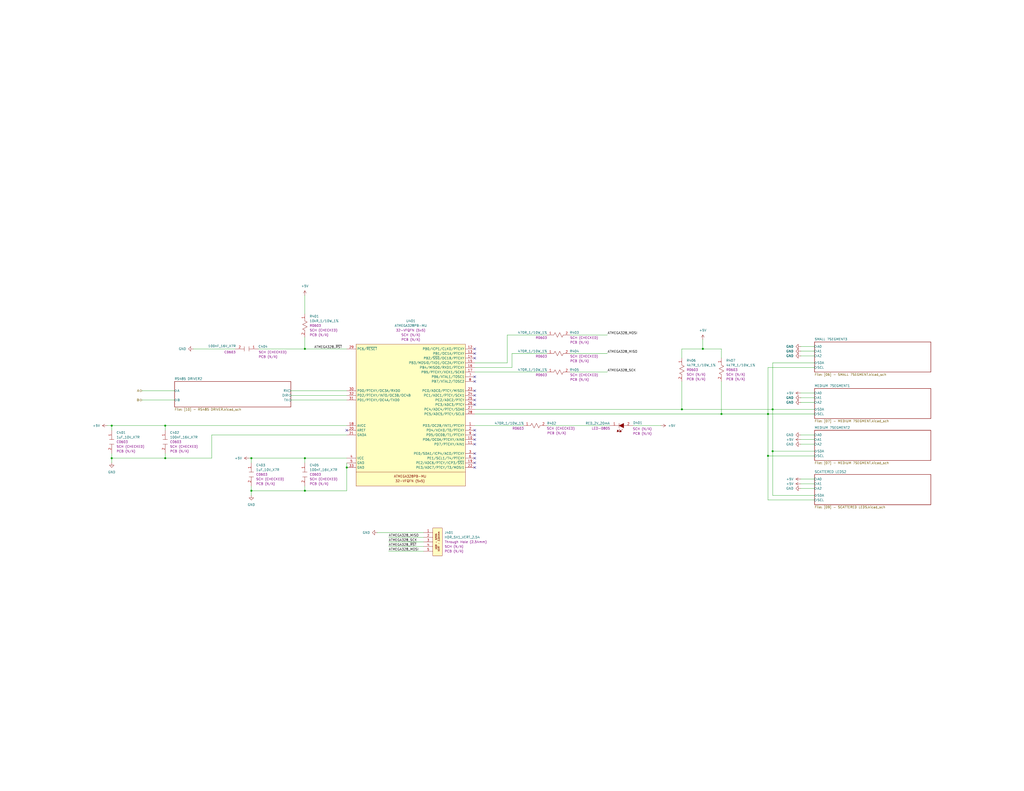
<source format=kicad_sch>
(kicad_sch (version 20231120) (generator "eeschema") (generator_version "8.0")
  (paper "C")
  (lib_symbols
    (symbol "_SCHLIB_Mini-Scoreboard:CAP_CER_100nF_16V_X7R_C0603"
      (property "Reference" "C" (at 3.302 4.318 0))
      (property "Value" "100nF_16V_X7R" (at 3.302 6.858 0))
      (property "Package" "C0603" (at 3.556 36.576 0))
      (property "SCH CHECK" "SCH (CHECKED)" (at 3.556 31.242 0))
      (property "PCB CHECK" "PCB (N/A)" (at 3.556 33.782 0))
      (symbol "CAP_CER_100nF_16V_X7R_C0603_0_0"
        (polyline (pts (xy 5.08 1.27) (xy 5.08 -1.27)))
        (polyline (pts (xy 7.62 1.27) (xy 7.62 -1.27)))
      )
      (symbol "CAP_CER_100nF_16V_X7R_C0603_1_1"
        (pin passive line (at 0 0 0) (length 5.08) (name "") (number "1"))
        (pin passive line (at 12.7 0 180) (length 5.08) (name "") (number "2"))
      )
    )
    (symbol "_SCHLIB_Mini-Scoreboard:CAP_CER_1uF_10V_X7R_C0603"
      (property "Reference" "C" (at 3.556 4.064 0))
      (property "Value" "1uF_10V_X7R" (at 3.81 6.604 0))
      (property "Package" "C0603" (at 3.81 35.306 0))
      (property "SCH CHECK" "SCH (CHECKED)" (at 3.81 29.972 0))
      (property "PCB CHECK" "PCB (N/A)" (at 3.81 32.512 0))
      (symbol "CAP_CER_1uF_10V_X7R_C0603_0_0"
        (polyline (pts (xy 5.08 1.27) (xy 5.08 -1.27)))
        (polyline (pts (xy 7.62 1.27) (xy 7.62 -1.27)))
      )
      (symbol "CAP_CER_1uF_10V_X7R_C0603_1_1"
        (pin passive line (at 0 0 0) (length 5.08) (name "") (number "1"))
        (pin passive line (at 12.7 0 180) (length 5.08) (name "") (number "2"))
      )
    )
    (symbol "_SCHLIB_Mini-Scoreboard:CONN_HEADER_5POS_1ROW_VERT_2.54mm"
      (property "Reference" "J" (at 2.54 3.81 0))
      (property "Value" "HDR_5X1_VERT_2.54" (at 2.54 6.35 0))
      (property "Package" "Through Hole (2.54mm)" (at 2.54 29.21 0))
      (property "SCH CHECK" "SCH (N/A)" (at 2.54 31.75 0))
      (property "PCB CHECK" "PCB (N/A)" (at 2.54 34.29 0))
      (symbol "CONN_HEADER_5POS_1ROW_VERT_2.54mm_1_1"
        (rectangle (start 0 0) (end 5.08 -15.24) (fill (type background)))
        (text "HDR - 5POS\nVERT - 2.54mm" (at 2.54 -7.366 900) (effects (font (size 0.889 0.889))))
        (pin passive line (at -5.08 -2.54 0) (length 5.08) (name "") (number "1"))
        (pin passive line (at -5.08 -5.08 0) (length 5.08) (name "") (number "2"))
        (pin passive line (at -5.08 -7.62 0) (length 5.08) (name "") (number "3"))
        (pin passive line (at -5.08 -10.16 0) (length 5.08) (name "") (number "4"))
        (pin passive line (at -5.08 -12.7 0) (length 5.08) (name "") (number "5"))
      )
    )
    (symbol "_SCHLIB_Mini-Scoreboard:DIODE_LED_RED_2V_20mA_624nm_LED-0805"
      (property "Reference" "D" (at 3.556 4.064 0))
      (property "Value" "RED_2V_20mA" (at 3.81 6.604 0))
      (property "Package" "LED-0805" (at 3.81 35.306 0))
      (property "SCH CHECK" "SCH (N/A)" (at 3.81 29.972 0))
      (property "PCB CHECK" "PCB (N/A)" (at 3.81 32.512 0))
      (symbol "DIODE_LED_RED_2V_20mA_624nm_LED-0805_0_1"
        (polyline (pts (xy 5.588 1.905) (xy 6.604 2.794)))
        (polyline (pts (xy 7.239 1.905) (xy 8.001 2.667)))
        (polyline (pts (xy 7.62 -1.27) (xy 7.62 1.27)))
        (polyline (pts (xy 5.08 1.27) (xy 5.08 -1.27) (xy 7.62 0) (xy 5.08 1.27)) (fill (type outline)))
        (polyline (pts (xy 6.223 3.302) (xy 7.112 2.413) (xy 7.366 3.556) (xy 6.223 3.302)) (fill (type outline)))
        (polyline (pts (xy 7.62 3.175) (xy 8.509 2.286) (xy 8.763 3.429) (xy 7.62 3.175)) (fill (type outline)))
      )
      (symbol "DIODE_LED_RED_2V_20mA_624nm_LED-0805_1_1"
        (pin passive line (at 12.7 0 180) (length 5.08) (name "") (number "1"))
        (pin passive line (at 0 0 0) (length 5.08) (name "") (number "2"))
      )
    )
    (symbol "_SCHLIB_Mini-Scoreboard:IC_MCU_ATMEGA328PB-MU_8bit_20MHz_32KB_32-VFQFN(5X5)"
      (property "Reference" "U" (at 3.556 4.064 0))
      (property "Value" "ATMEGA328PB-MU" (at 3.81 6.604 0))
      (property "Package" "32-VFQFN (5x5)" (at 3.81 35.306 0))
      (property "SCH CHECK" "SCH (N/A)" (at 3.81 29.972 0))
      (property "PCB CHECK" "PCB (N/A)" (at 3.81 32.512 0))
      (symbol "IC_MCU_ATMEGA328PB-MU_8bit_20MHz_32KB_32-VFQFN(5X5)_0_0"
        (pin passive line (at 64.77 -44.45 180) (length 5.08) (name "PD3/OC2B/INT1/PTCXY") (number "1"))
        (pin passive line (at 64.77 -52.07 180) (length 5.08) (name "PD6/OC0A/PTCXY/AIN0") (number "10"))
        (pin passive line (at 64.77 -54.61 180) (length 5.08) (name "PD7/PTCXY/AIN1") (number "11"))
        (pin passive line (at 64.77 -2.54 180) (length 5.08) (name "PB0/ICP1/CLKO/PTCXY") (number "12"))
        (pin passive line (at 64.77 -5.08 180) (length 5.08) (name "PB1/OC1A/PTCXY") (number "13"))
        (pin passive line (at 64.77 -7.62 180) (length 5.08) (name "PB2/~{SS0}/OC1B/PTCXY") (number "14"))
        (pin passive line (at 64.77 -10.16 180) (length 5.08) (name "PB3/MOSI0/TXD1/OC2A/PTCXY") (number "15"))
        (pin passive line (at 64.77 -12.7 180) (length 5.08) (name "PB4/MISO0/RXD1/PTCXY") (number "16"))
        (pin passive line (at 64.77 -15.24 180) (length 5.08) (name "PB5/PTCXY/XCK1/SCK0") (number "17"))
        (pin passive line (at -5.08 -44.45 0) (length 5.08) (name "AVCC") (number "18"))
        (pin passive line (at 64.77 -64.77 180) (length 5.08) (name "PE2/ADC6/PTCY/ICP3/~{SS1}") (number "19"))
        (pin passive line (at 64.77 -46.99 180) (length 5.08) (name "PD4/XCK0/T0/PTCXY") (number "2"))
        (pin passive line (at -5.08 -46.99 0) (length 5.08) (name "AREF") (number "20"))
        (pin passive line (at 64.77 -67.31 180) (length 5.08) (name "PE3/ADC7/PTCY/T3/MOSI1") (number "22"))
        (pin passive line (at 64.77 -25.4 180) (length 5.08) (name "PC0/ADC0/PTCY/MISO1") (number "23"))
        (pin passive line (at 64.77 -27.94 180) (length 5.08) (name "PC1/ADC1/PTCY/SCK1") (number "24"))
        (pin passive line (at 64.77 -30.48 180) (length 5.08) (name "PC2/ADC2/PTCY") (number "25"))
        (pin passive line (at 64.77 -33.02 180) (length 5.08) (name "PC3/ADC3/PTCY") (number "26"))
        (pin passive line (at 64.77 -35.56 180) (length 5.08) (name "PC4/ADC4/PTCY/SDA0") (number "27"))
        (pin passive line (at 64.77 -38.1 180) (length 5.08) (name "PC5/ADC5/PTCY/SCL0") (number "28"))
        (pin passive line (at -5.08 -2.54 0) (length 5.08) (name "PC6/~{RESET}") (number "29"))
        (pin passive line (at 64.77 -59.69 180) (length 5.08) (name "PE0/SDA1/ICP4/ACO/PTCXY") (number "3"))
        (pin passive line (at -5.08 -25.4 0) (length 5.08) (name "PD0/PTCXY/OC3A/RXD0") (number "30"))
        (pin passive line (at -5.08 -30.48 0) (length 5.08) (name "PD1/PTCXY/OC4A/TXD0") (number "31"))
        (pin passive line (at -5.08 -27.94 0) (length 5.08) (name "PD2/PTCXY/INT0/OC3B/OC4B") (number "32"))
        (pin passive line (at -5.08 -62.23 0) (length 5.08) (name "VCC") (number "4"))
        (pin passive line (at -5.08 -64.77 0) (length 5.08) (name "GND") (number "5"))
        (pin passive line (at 64.77 -62.23 180) (length 5.08) (name "PE1/SCL1/T4/PTCXY") (number "6"))
        (pin passive line (at 64.77 -17.78 180) (length 5.08) (name "PB6/XTAL1/TOSC1") (number "7"))
        (pin passive line (at 64.77 -20.32 180) (length 5.08) (name "PB7/XTAL2/TOSC2") (number "8"))
        (pin passive line (at 64.77 -49.53 180) (length 5.08) (name "PD5/OC0B/T1/PTCXY") (number "9"))
      )
      (symbol "IC_MCU_ATMEGA328PB-MU_8bit_20MHz_32KB_32-VFQFN(5X5)_1_0"
        (pin passive line (at -5.08 -49.53 0) (length 5.08) (name "GNDA") (number "21"))
      )
      (symbol "IC_MCU_ATMEGA328PB-MU_8bit_20MHz_32KB_32-VFQFN(5X5)_1_1"
        (polyline (pts (xy 0 -69.85) (xy 59.69 -69.85)))
        (rectangle (start 0 0) (end 59.69 -77.47) (fill (type background)))
        (text "32-VFQFN (5x5)" (at 29.464 -74.676 0) (effects (font (size 1.27 1.27))))
        (text "ATMEGA328PB-MU" (at 29.464 -72.136 0) (effects (font (size 1.27 1.27))))
        (pin passive line (at -5.08 -67.31 0) (length 5.08) (name "GND") (number "33"))
      )
    )
    (symbol "_SCHLIB_Mini-Scoreboard:RES_10kR_1/10W_1%_R0603"
      (property "Reference" "R" (at 3.302 4.572 0))
      (property "Value" "10kR_1/10W_1%" (at 3.302 6.858 0))
      (property "Package" "R0603" (at 3.302 31.242 0))
      (property "SCH CHECK" "SCH (CHECKED)" (at 3.302 26.67 0))
      (property "PCB CHECK" "PCB (N/A)" (at 3.302 28.956 0))
      (symbol "RES_10kR_1/10W_1%_R0603_0_0"
        (polyline (pts (xy 3.81 0) (xy 4.445 1.27) (xy 5.715 -1.27) (xy 6.985 1.27) (xy 8.255 -1.27) (xy 8.89 0)))
      )
      (symbol "RES_10kR_1/10W_1%_R0603_1_1"
        (pin passive line (at 0 0 0) (length 3.81) (name "") (number "1"))
        (pin passive line (at 12.7 0 180) (length 3.81) (name "") (number "2"))
      )
    )
    (symbol "_SCHLIB_Mini-Scoreboard:RES_470R_1/10W_1%_R0603"
      (property "Reference" "R" (at 3.556 4.064 0))
      (property "Value" "470R_1/10W_1%" (at 3.81 6.604 0))
      (property "Package" "R0603" (at 3.81 35.306 0))
      (property "SCH CHECK" "SCH (CHECKED)" (at 3.81 29.972 0))
      (property "PCB CHECK" "PCB (N/A)" (at 3.81 32.512 0))
      (symbol "RES_470R_1/10W_1%_R0603_0_0"
        (polyline (pts (xy 3.81 0) (xy 4.445 1.27) (xy 5.715 -1.27) (xy 6.985 1.27) (xy 8.255 -1.27) (xy 8.89 0)))
      )
      (symbol "RES_470R_1/10W_1%_R0603_1_1"
        (pin passive line (at 0 0 0) (length 3.81) (name "") (number "1"))
        (pin passive line (at 12.7 0 180) (length 3.81) (name "") (number "2"))
      )
    )
    (symbol "_SCHLIB_Mini-Scoreboard:RES_4k7R_1/10W_1%_R0603"
      (property "Reference" "R" (at 3.556 4.064 0))
      (property "Value" "4k7R_1/10W_1%" (at 3.81 6.604 0))
      (property "Package" "R0603" (at 3.81 35.306 0))
      (property "SCH CHECK" "SCH (N/A)" (at 3.81 29.972 0))
      (property "PCB CHECK" "PCB (N/A)" (at 3.81 32.512 0))
      (symbol "RES_4k7R_1/10W_1%_R0603_0_0"
        (polyline (pts (xy 3.81 0) (xy 4.445 1.27) (xy 5.715 -1.27) (xy 6.985 1.27) (xy 8.255 -1.27) (xy 8.89 0)))
      )
      (symbol "RES_4k7R_1/10W_1%_R0603_1_1"
        (pin passive line (at 0 0 0) (length 3.81) (name "") (number "1"))
        (pin passive line (at 12.7 0 180) (length 3.81) (name "") (number "2"))
      )
    )
    (symbol "power:+5V" (power) (pin_numbers hide) (pin_names (offset 0) hide)
      (property "Value" "+5V" (at 0 3.556 0))
      (symbol "+5V_0_1"
        (polyline (pts (xy -0.762 1.27) (xy 0 2.54)))
        (polyline (pts (xy 0 0) (xy 0 2.54)))
        (polyline (pts (xy 0 2.54) (xy 0.762 1.27)))
      )
      (symbol "+5V_1_1"
        (pin power_in line (at 0 0 90) (length 0) (name "~") (number "1"))
      )
    )
    (symbol "power:GND" (power) (pin_numbers hide) (pin_names (offset 0) hide)
      (property "Value" "GND" (at 0 -3.81 0))
      (symbol "GND_0_1"
        (polyline (pts (xy 0 0) (xy 0 -1.27) (xy 1.27 -1.27) (xy 0 -2.54) (xy -1.27 -1.27) (xy 0 -1.27)))
      )
      (symbol "GND_1_1"
        (pin power_in line (at 0 0 270) (length 0) (name "~") (number "1"))
      )
    )
  )
  (junction (at 383.54 190.5))
  (junction (at 189.23 255.27))
  (junction (at 60.96 232.41))
  (junction (at 90.17 232.41))
  (junction (at 393.7 226.06))
  (junction (at 421.64 223.52))
  (junction (at 421.64 246.38))
  (junction (at 166.37 190.5))
  (junction (at 137.16 250.19))
  (junction (at 166.37 267.97))
  (junction (at 60.96 250.19))
  (junction (at 90.17 250.19))
  (junction (at 372.11 223.52))
  (junction (at 419.1 248.92))
  (junction (at 419.1 226.06))
  (junction (at 137.16 267.97))
  (junction (at 166.37 250.19))
  (no_connect (at 259.08 215.9))
  (no_connect (at 259.08 234.95))
  (no_connect (at 259.08 247.65))
  (no_connect (at 259.08 213.36))
  (no_connect (at 259.08 250.19))
  (no_connect (at 259.08 193.04))
  (no_connect (at 259.08 208.28))
  (no_connect (at 259.08 190.5))
  (no_connect (at 259.08 242.57))
  (no_connect (at 259.08 195.58))
  (no_connect (at 259.08 240.03))
  (no_connect (at 259.08 237.49))
  (no_connect (at 259.08 205.74))
  (no_connect (at 259.08 255.27))
  (no_connect (at 189.23 234.95))
  (no_connect (at 259.08 218.44))
  (no_connect (at 259.08 252.73))
  (no_connect (at 259.08 220.98))
  (wire (pts (xy 436.88 194.31) (xy 444.5 194.31)))
  (wire (pts (xy 331.47 203.2) (xy 311.15 203.2)))
  (wire (pts (xy 436.88 219.71) (xy 444.5 219.71)))
  (wire (pts (xy 393.7 208.28) (xy 393.7 226.06)))
  (wire (pts (xy 259.08 223.52) (xy 372.11 223.52)))
  (wire (pts (xy 189.23 267.97) (xy 166.37 267.97)))
  (wire (pts (xy 135.89 250.19) (xy 137.16 250.19)))
  (wire (pts (xy 419.1 200.66) (xy 444.5 200.66)))
  (wire (pts (xy 276.86 198.12) (xy 259.08 198.12)))
  (wire (pts (xy 60.96 247.65) (xy 60.96 250.19)))
  (wire (pts (xy 298.45 203.2) (xy 259.08 203.2)))
  (wire (pts (xy 137.16 250.19) (xy 137.16 252.73)))
  (wire (pts (xy 436.88 189.23) (xy 444.5 189.23)))
  (wire (pts (xy 189.23 252.73) (xy 189.23 255.27)))
  (wire (pts (xy 60.96 250.19) (xy 60.96 252.73)))
  (wire (pts (xy 436.88 266.7) (xy 444.5 266.7)))
  (wire (pts (xy 436.88 240.03) (xy 444.5 240.03)))
  (wire (pts (xy 383.54 185.42) (xy 383.54 190.5)))
  (wire (pts (xy 372.11 208.28) (xy 372.11 223.52)))
  (wire (pts (xy 421.64 246.38) (xy 444.5 246.38)))
  (wire (pts (xy 259.08 226.06) (xy 393.7 226.06)))
  (wire (pts (xy 90.17 232.41) (xy 90.17 234.95)))
  (wire (pts (xy 421.64 270.51) (xy 444.5 270.51)))
  (wire (pts (xy 419.1 273.05) (xy 444.5 273.05)))
  (wire (pts (xy 276.86 182.88) (xy 276.86 198.12)))
  (wire (pts (xy 90.17 247.65) (xy 90.17 250.19)))
  (wire (pts (xy 393.7 226.06) (xy 419.1 226.06)))
  (wire (pts (xy 419.1 248.92) (xy 444.5 248.92)))
  (wire (pts (xy 372.11 190.5) (xy 383.54 190.5)))
  (wire (pts (xy 444.5 198.12) (xy 421.64 198.12)))
  (wire (pts (xy 166.37 161.29) (xy 166.37 171.45)))
  (wire (pts (xy 345.44 232.41) (xy 360.68 232.41)))
  (wire (pts (xy 421.64 246.38) (xy 421.64 270.51)))
  (wire (pts (xy 205.74 290.83) (xy 231.14 290.83)))
  (wire (pts (xy 105.41 190.5) (xy 128.27 190.5)))
  (wire (pts (xy 166.37 250.19) (xy 166.37 252.73)))
  (wire (pts (xy 436.88 214.63) (xy 444.5 214.63)))
  (wire (pts (xy 166.37 190.5) (xy 140.97 190.5)))
  (wire (pts (xy 189.23 255.27) (xy 189.23 267.97)))
  (wire (pts (xy 421.64 223.52) (xy 444.5 223.52)))
  (wire (pts (xy 372.11 223.52) (xy 421.64 223.52)))
  (wire (pts (xy 212.09 298.45) (xy 231.14 298.45)))
  (wire (pts (xy 419.1 226.06) (xy 419.1 248.92)))
  (wire (pts (xy 137.16 265.43) (xy 137.16 267.97)))
  (wire (pts (xy 166.37 184.15) (xy 166.37 190.5)))
  (wire (pts (xy 137.16 250.19) (xy 166.37 250.19)))
  (wire (pts (xy 436.88 237.49) (xy 444.5 237.49)))
  (wire (pts (xy 212.09 295.91) (xy 231.14 295.91)))
  (wire (pts (xy 372.11 195.58) (xy 372.11 190.5)))
  (wire (pts (xy 331.47 182.88) (xy 311.15 182.88)))
  (wire (pts (xy 393.7 190.5) (xy 393.7 195.58)))
  (wire (pts (xy 115.57 237.49) (xy 115.57 250.19)))
  (wire (pts (xy 279.4 193.04) (xy 298.45 193.04)))
  (wire (pts (xy 137.16 267.97) (xy 166.37 267.97)))
  (wire (pts (xy 421.64 198.12) (xy 421.64 223.52)))
  (wire (pts (xy 166.37 250.19) (xy 189.23 250.19)))
  (wire (pts (xy 166.37 265.43) (xy 166.37 267.97)))
  (wire (pts (xy 77.47 213.36) (xy 95.25 213.36)))
  (wire (pts (xy 436.88 264.16) (xy 444.5 264.16)))
  (wire (pts (xy 58.42 232.41) (xy 60.96 232.41)))
  (wire (pts (xy 158.75 213.36) (xy 189.23 213.36)))
  (wire (pts (xy 212.09 300.99) (xy 231.14 300.99)))
  (wire (pts (xy 279.4 193.04) (xy 279.4 200.66)))
  (wire (pts (xy 60.96 250.19) (xy 90.17 250.19)))
  (wire (pts (xy 158.75 218.44) (xy 189.23 218.44)))
  (wire (pts (xy 77.47 218.44) (xy 95.25 218.44)))
  (wire (pts (xy 436.88 217.17) (xy 444.5 217.17)))
  (wire (pts (xy 436.88 261.62) (xy 444.5 261.62)))
  (wire (pts (xy 436.88 242.57) (xy 444.5 242.57)))
  (wire (pts (xy 60.96 232.41) (xy 60.96 234.95)))
  (wire (pts (xy 419.1 248.92) (xy 419.1 273.05)))
  (wire (pts (xy 383.54 190.5) (xy 393.7 190.5)))
  (wire (pts (xy 115.57 250.19) (xy 90.17 250.19)))
  (wire (pts (xy 311.15 193.04) (xy 331.47 193.04)))
  (wire (pts (xy 212.09 293.37) (xy 231.14 293.37)))
  (wire (pts (xy 279.4 200.66) (xy 259.08 200.66)))
  (wire (pts (xy 298.45 182.88) (xy 276.86 182.88)))
  (wire (pts (xy 259.08 232.41) (xy 285.75 232.41)))
  (wire (pts (xy 166.37 190.5) (xy 189.23 190.5)))
  (wire (pts (xy 298.45 232.41) (xy 332.74 232.41)))
  (wire (pts (xy 419.1 226.06) (xy 444.5 226.06)))
  (wire (pts (xy 436.88 191.77) (xy 444.5 191.77)))
  (wire (pts (xy 137.16 267.97) (xy 137.16 270.51)))
  (wire (pts (xy 421.64 223.52) (xy 421.64 246.38)))
  (wire (pts (xy 115.57 237.49) (xy 189.23 237.49)))
  (wire (pts (xy 158.75 215.9) (xy 189.23 215.9)))
  (wire (pts (xy 90.17 232.41) (xy 189.23 232.41)))
  (wire (pts (xy 419.1 200.66) (xy 419.1 226.06)))
  (wire (pts (xy 60.96 232.41) (xy 90.17 232.41)))
  (label "ATMEGA328_MISO" (at 331.47 193.04 0))
  (label "ATMEGA328_MISO" (at 212.09 293.37 0))
  (label "ATMEGA328_SCK" (at 212.09 295.91 0))
  (label "ATMEGA328_SCK" (at 331.47 203.2 0))
  (label "ATMEGA328_MOSI" (at 212.09 300.99 0))
  (label "ATMEGA328_MOSI" (at 331.47 182.88 0))
  (label "ATMEGA328_~{RST}" (at 171.45 190.5 0))
  (label "ATMEGA328_~{RST}" (at 212.09 298.45 0))
  (hierarchical_label "A" (shape bidirectional) (at 77.47 213.36 180))
  (hierarchical_label "B" (shape bidirectional) (at 77.47 218.44 180))
  (symbol (lib_id "_SCHLIB_Mini-Scoreboard:CAP_CER_100nF_16V_X7R_C0603") (at 166.37 252.73 270) (unit 1)
    (property "Reference" "C405" (at 168.91 253.9999 90) (effects (justify left)))
    (property "Value" "100nF_16V_X7R" (at 168.91 256.5399 90) (effects (justify left)))
    (property "Footprint" "Capacitor_SMD:C_0603_1608Metric" (effects (hide yes)))
    (property "Datasheet" "https://mm.digikey.com/Volume0/opasdata/d220001/medias/docus/609/CL10B104KO8NNNC_Spec.pdf" (effects (hide yes)))
    (property "Description" "0.1 µF ±10% 16V Ceramic Capacitor X7R 0603 (1608 Metric)" (effects (hide yes)))
    (property "Package" "C0603" (at 168.91 259.0799 90) (effects (justify left)))
    (property "Part Number (Manufacturer)" "CL10B104KO8NNNC" (effects (hide yes)))
    (property "Manufacturer" "Samsung Electro-Mechanics" (effects (hide yes)))
    (property "Part Number (Vendor)" "1276-1005-2-ND" (effects (hide yes)))
    (property "Vendor" "Digikey" (effects (hide yes)))
    (property "Purchase Link" "https://www.digikey.ca/en/products/detail/samsung-electro-mechanics/CL10B104KO8NNNC/3886663" (effects (hide yes)))
    (property "SCH CHECK" "SCH (CHECKED)" (at 168.91 261.6199 90) (effects (justify left)))
    (property "PCB CHECK" "PCB (N/A)" (at 168.91 264.1599 90) (effects (justify left)))
  )
  (symbol (lib_id "_SCHLIB_Mini-Scoreboard:CAP_CER_100nF_16V_X7R_C0603") (at 140.97 190.5 180) (unit 1)
    (property "Reference" "C404" (at 143.51 189.23 0))
    (property "Value" "100nF_16V_X7R" (at 121.158 188.976 0))
    (property "Footprint" "Capacitor_SMD:C_0603_1608Metric" (effects (hide yes)))
    (property "Datasheet" "https://mm.digikey.com/Volume0/opasdata/d220001/medias/docus/609/CL10B104KO8NNNC_Spec.pdf" (effects (hide yes)))
    (property "Description" "0.1 µF ±10% 16V Ceramic Capacitor X7R 0603 (1608 Metric)" (effects (hide yes)))
    (property "Package" "C0603" (at 125.476 192.278 0))
    (property "Part Number (Manufacturer)" "CL10B104KO8NNNC" (effects (hide yes)))
    (property "Manufacturer" "Samsung Electro-Mechanics" (effects (hide yes)))
    (property "Part Number (Vendor)" "1276-1005-2-ND" (effects (hide yes)))
    (property "Vendor" "Digikey" (effects (hide yes)))
    (property "Purchase Link" "https://www.digikey.ca/en/products/detail/samsung-electro-mechanics/CL10B104KO8NNNC/3886663" (effects (hide yes)))
    (property "SCH CHECK" "SCH (CHECKED)" (at 148.844 192.278 0))
    (property "PCB CHECK" "PCB (N/A)" (at 146.304 194.818 0))
  )
  (symbol (lib_id "_SCHLIB_Mini-Scoreboard:RES_4k7R_1/10W_1%_R0603") (at 393.7 195.58 270) (unit 1)
    (property "Reference" "R407" (at 396.24 196.8499 90) (effects (justify left)))
    (property "Value" "4k7R_1/10W_1%" (at 396.24 199.3899 90) (effects (justify left)))
    (property "Footprint" "Resistor_SMD:R_0603_1608Metric" (effects (hide yes)))
    (property "Datasheet" "https://www.seielect.com/catalog/sei-rmcf_rmcp.pdf" (effects (hide yes)))
    (property "Description" "4.7 kOhms ±1% 0.1W, 1/10W Chip Resistor 0603 (1608 Metric) Automotive AEC-Q200 Thick Film" (effects (hide yes)))
    (property "Package" "R0603" (at 396.24 201.9299 90) (effects (justify left)))
    (property "Part Number (Manufacturer)" "RMCF0603FT4K70" (effects (hide yes)))
    (property "Manufacturer" "Stackpole Electronics Inc" (effects (hide yes)))
    (property "Part Number (Vendor)" "RMCF0603FT4K70TR-ND" (effects (hide yes)))
    (property "Vendor" "Digikey" (effects (hide yes)))
    (property "Purchase Link" "https://www.digikey.ca/en/products/detail/stackpole-electronics-inc/RMCF0603FT4K70/1760998" (effects (hide yes)))
    (property "SCH CHECK" "SCH (N/A)" (at 396.24 204.4699 90) (effects (justify left)))
    (property "PCB CHECK" "PCB (N/A)" (at 396.24 207.0099 90) (effects (justify left)))
  )
  (symbol (lib_id "power:+5V") (at 436.88 261.62 90) (unit 1)
    (property "Reference" "#PWR0419" (effects (hide yes)))
    (property "Value" "+5V" (at 433.07 261.6199 90) (effects (justify left)))
    (property "Description" "Power symbol creates a global label with name \"+5V\"" (effects (hide yes)))
  )
  (symbol (lib_id "power:GND") (at 205.74 290.83 270) (unit 1)
    (property "Reference" "#PWR0407" (effects (hide yes)))
    (property "Value" "GND" (at 201.93 290.8299 90) (effects (justify right)))
    (property "Description" "Power symbol creates a global label with name \"GND\" , ground" (effects (hide yes)))
  )
  (symbol (lib_id "_SCHLIB_Mini-Scoreboard:CAP_CER_1uF_10V_X7R_C0603") (at 137.16 252.73 270) (unit 1)
    (property "Reference" "C403" (at 139.7 253.9999 90) (effects (justify left)))
    (property "Value" "1uF_10V_X7R" (at 139.7 256.5399 90) (effects (justify left)))
    (property "Footprint" "Capacitor_SMD:C_0603_1608Metric" (effects (hide yes)))
    (property "Datasheet" "https://mm.digikey.com/Volume0/opasdata/d220001/medias/docus/3584/CL10B105KP8NNNC_Spec.pdf" (effects (hide yes)))
    (property "Description" "1 µF ±10% 10V Ceramic Capacitor X7R 0603 (1608 Metric)" (effects (hide yes)))
    (property "Package" "C0603" (at 139.7 259.0799 90) (effects (justify left)))
    (property "Part Number (Manufacturer)" "CL10B105KP8NNNC" (effects (hide yes)))
    (property "Manufacturer" "Samsung Electro-Mechanics" (effects (hide yes)))
    (property "Part Number (Vendor)" "1276-1946-2-ND" (effects (hide yes)))
    (property "Vendor" "Digikey" (effects (hide yes)))
    (property "Purchase Link" "https://www.digikey.ca/en/products/detail/samsung-electro-mechanics/CL10B105KP8NNNC/3887604" (effects (hide yes)))
    (property "SCH CHECK" "SCH (CHECKED)" (at 139.7 261.6199 90) (effects (justify left)))
    (property "PCB CHECK" "PCB (N/A)" (at 139.7 264.1599 90) (effects (justify left)))
  )
  (symbol (lib_id "power:GND") (at 436.88 237.49 270) (unit 1)
    (property "Reference" "#PWR0416" (effects (hide yes)))
    (property "Value" "GND" (at 433.07 237.4899 90) (effects (justify right)))
    (property "Description" "Power symbol creates a global label with name \"GND\" , ground" (effects (hide yes)))
  )
  (symbol (lib_id "_SCHLIB_Mini-Scoreboard:CAP_CER_100nF_16V_X7R_C0603") (at 90.17 234.95 270) (unit 1)
    (property "Reference" "C402" (at 92.71 236.2199 90) (effects (justify left)))
    (property "Value" "100nF_16V_X7R" (at 92.71 238.7599 90) (effects (justify left)))
    (property "Footprint" "Capacitor_SMD:C_0603_1608Metric" (effects (hide yes)))
    (property "Datasheet" "https://mm.digikey.com/Volume0/opasdata/d220001/medias/docus/609/CL10B104KO8NNNC_Spec.pdf" (effects (hide yes)))
    (property "Description" "0.1 µF ±10% 16V Ceramic Capacitor X7R 0603 (1608 Metric)" (effects (hide yes)))
    (property "Package" "C0603" (at 92.71 241.2999 90) (effects (justify left)))
    (property "Part Number (Manufacturer)" "CL10B104KO8NNNC" (effects (hide yes)))
    (property "Manufacturer" "Samsung Electro-Mechanics" (effects (hide yes)))
    (property "Part Number (Vendor)" "1276-1005-2-ND" (effects (hide yes)))
    (property "Vendor" "Digikey" (effects (hide yes)))
    (property "Purchase Link" "https://www.digikey.ca/en/products/detail/samsung-electro-mechanics/CL10B104KO8NNNC/3886663" (effects (hide yes)))
    (property "SCH CHECK" "SCH (CHECKED)" (at 92.71 243.8399 90) (effects (justify left)))
    (property "PCB CHECK" "PCB (N/A)" (at 92.71 246.3799 90) (effects (justify left)))
  )
  (symbol (lib_id "_SCHLIB_Mini-Scoreboard:RES_4k7R_1/10W_1%_R0603") (at 372.11 195.58 270) (unit 1)
    (property "Reference" "R406" (at 374.65 196.8499 90) (effects (justify left)))
    (property "Value" "4k7R_1/10W_1%" (at 374.65 199.3899 90) (effects (justify left)))
    (property "Footprint" "Resistor_SMD:R_0603_1608Metric" (effects (hide yes)))
    (property "Datasheet" "https://www.seielect.com/catalog/sei-rmcf_rmcp.pdf" (effects (hide yes)))
    (property "Description" "4.7 kOhms ±1% 0.1W, 1/10W Chip Resistor 0603 (1608 Metric) Automotive AEC-Q200 Thick Film" (effects (hide yes)))
    (property "Package" "R0603" (at 374.65 201.9299 90) (effects (justify left)))
    (property "Part Number (Manufacturer)" "RMCF0603FT4K70" (effects (hide yes)))
    (property "Manufacturer" "Stackpole Electronics Inc" (effects (hide yes)))
    (property "Part Number (Vendor)" "RMCF0603FT4K70TR-ND" (effects (hide yes)))
    (property "Vendor" "Digikey" (effects (hide yes)))
    (property "Purchase Link" "https://www.digikey.ca/en/products/detail/stackpole-electronics-inc/RMCF0603FT4K70/1760998" (effects (hide yes)))
    (property "SCH CHECK" "SCH (N/A)" (at 374.65 204.4699 90) (effects (justify left)))
    (property "PCB CHECK" "PCB (N/A)" (at 374.65 207.0099 90) (effects (justify left)))
  )
  (symbol (lib_id "_SCHLIB_Mini-Scoreboard:CAP_CER_1uF_10V_X7R_C0603") (at 60.96 234.95 270) (unit 1)
    (property "Reference" "C401" (at 63.5 236.2199 90) (effects (justify left)))
    (property "Value" "1uF_10V_X7R" (at 63.5 238.7599 90) (effects (justify left)))
    (property "Footprint" "Capacitor_SMD:C_0603_1608Metric" (effects (hide yes)))
    (property "Datasheet" "https://mm.digikey.com/Volume0/opasdata/d220001/medias/docus/3584/CL10B105KP8NNNC_Spec.pdf" (effects (hide yes)))
    (property "Description" "1 µF ±10% 10V Ceramic Capacitor X7R 0603 (1608 Metric)" (effects (hide yes)))
    (property "Package" "C0603" (at 63.5 241.2999 90) (effects (justify left)))
    (property "Part Number (Manufacturer)" "CL10B105KP8NNNC" (effects (hide yes)))
    (property "Manufacturer" "Samsung Electro-Mechanics" (effects (hide yes)))
    (property "Part Number (Vendor)" "1276-1946-2-ND" (effects (hide yes)))
    (property "Vendor" "Digikey" (effects (hide yes)))
    (property "Purchase Link" "https://www.digikey.ca/en/products/detail/samsung-electro-mechanics/CL10B105KP8NNNC/3887604" (effects (hide yes)))
    (property "SCH CHECK" "SCH (CHECKED)" (at 63.5 243.8399 90) (effects (justify left)))
    (property "PCB CHECK" "PCB (N/A)" (at 63.5 246.3799 90) (effects (justify left)))
  )
  (symbol (lib_id "power:+5V") (at 436.88 240.03 90) (unit 1)
    (property "Reference" "#PWR0417" (effects (hide yes)))
    (property "Value" "+5V" (at 433.07 240.0299 90) (effects (justify left)))
    (property "Description" "Power symbol creates a global label with name \"+5V\"" (effects (hide yes)))
  )
  (symbol (lib_id "power:+5V") (at 436.88 264.16 90) (unit 1)
    (property "Reference" "#PWR0420" (effects (hide yes)))
    (property "Value" "+5V" (at 433.07 264.1599 90) (effects (justify left)))
    (property "Description" "Power symbol creates a global label with name \"+5V\"" (effects (hide yes)))
  )
  (symbol (lib_id "power:GND") (at 436.88 266.7 270) (unit 1)
    (property "Reference" "#PWR0421" (effects (hide yes)))
    (property "Value" "GND" (at 433.07 266.6999 90) (effects (justify right)))
    (property "Description" "Power symbol creates a global label with name \"GND\" , ground" (effects (hide yes)))
  )
  (symbol (lib_id "power:GND") (at 137.16 270.51 0) (unit 1)
    (property "Reference" "#PWR0405" (effects (hide yes)))
    (property "Value" "GND" (at 137.16 275.59 0))
    (property "Description" "Power symbol creates a global label with name \"GND\" , ground" (effects (hide yes)))
  )
  (symbol (lib_id "power:+5V") (at 58.42 232.41 90) (unit 1)
    (property "Reference" "#PWR0401" (effects (hide yes)))
    (property "Value" "+5V" (at 54.61 232.4099 90) (effects (justify left)))
    (property "Description" "Power symbol creates a global label with name \"+5V\"" (effects (hide yes)))
  )
  (symbol (lib_id "power:+5V") (at 135.89 250.19 90) (unit 1)
    (property "Reference" "#PWR0404" (effects (hide yes)))
    (property "Value" "+5V" (at 132.08 250.1899 90) (effects (justify left)))
    (property "Description" "Power symbol creates a global label with name \"+5V\"" (effects (hide yes)))
  )
  (symbol (lib_id "_SCHLIB_Mini-Scoreboard:DIODE_LED_RED_2V_20mA_624nm_LED-0805") (at 345.44 232.41 180) (unit 1)
    (property "Reference" "D401" (at 347.98 230.886 0))
    (property "Value" "RED_2V_20mA" (at 326.136 231.14 0))
    (property "Footprint" "LED_SMD:LED_0805_2012Metric" (effects (hide yes)))
    (property "Datasheet" "https://mm.digikey.com/Volume0/opasdata/d220001/medias/docus/3750/B1701USD-20D000114U1930.pdf" (effects (hide yes)))
    (property "Description" "Red 624nm LED Indication - Discrete 2V 0805 (2012 Metric)" (effects (hide yes)))
    (property "Package" "LED-0805" (at 327.914 233.934 0))
    (property "Part Number (Manufacturer)" "B1701USD-20D000114U1930" (effects (hide yes)))
    (property "Manufacturer" "Harvatek Corporation" (effects (hide yes)))
    (property "Part Number (Vendor)" "3147-B1701USD-20D000114U1930TR-ND" (effects (hide yes)))
    (property "Vendor" "Digikey" (effects (hide yes)))
    (property "Purchase Link" "https://www.digikey.ca/en/products/detail/harvatek-corporation/B1701USD-20D000114U1930/16671746" (effects (hide yes)))
    (property "SCH CHECK" "SCH (N/A)" (at 350.52 234.188 0))
    (property "PCB CHECK" "PCB (N/A)" (at 350.52 236.728 0))
  )
  (symbol (lib_id "power:GND") (at 436.88 191.77 270) (unit 1)
    (property "Reference" "#PWR0411" (effects (hide yes)))
    (property "Value" "GND" (at 433.07 191.7699 90) (effects (justify right)))
    (property "Description" "Power symbol creates a global label with name \"GND\" , ground" (effects (hide yes)))
  )
  (symbol (lib_id "_SCHLIB_Mini-Scoreboard:IC_MCU_ATMEGA328PB-MU_8bit_20MHz_32KB_32-VFQFN(5X5)") (at 194.31 187.96 0) (unit 1)
    (property "Reference" "U401" (at 224.155 175.26 0))
    (property "Value" "ATMEGA328PB-MU" (at 224.155 177.8 0))
    (property "Footprint" "_PCBLIB_Mini-Scoreboard:QFN50P500X500X90-33N" (effects (hide yes)))
    (property "Datasheet" "https://ww1.microchip.com/downloads/en/DeviceDoc/40001907A.pdf" (effects (hide yes)))
    (property "Description" "AVR AVR® ATmega, Functional Safety (FuSa) Microcontroller IC 8-Bit 20MHz 32KB (16K x 16) FLASH 32-VFQFN (5x5)" (effects (hide yes)))
    (property "Package" "32-VFQFN (5x5)" (at 224.155 180.34 0))
    (property "Part Number (Manufacturer)" "ATMEGA328PB-MU" (effects (hide yes)))
    (property "Manufacturer" "Microchip Technology" (effects (hide yes)))
    (property "Part Number (Vendor)" "ATMEGA328PB-MU-ND" (effects (hide yes)))
    (property "Vendor" "Digikey" (effects (hide yes)))
    (property "Purchase Link" "https://www.digikey.ca/en/products/detail/microchip-technology/ATMEGA328PB-MU/5638814" (effects (hide yes)))
    (property "SCH CHECK" "SCH (N/A)" (at 224.155 182.88 0))
    (property "PCB CHECK" "PCB (N/A)" (at 224.155 185.42 0))
  )
  (symbol (lib_id "power:+5V") (at 166.37 161.29 0) (unit 1)
    (property "Reference" "#PWR0406" (effects (hide yes)))
    (property "Value" "+5V" (at 166.37 156.21 0))
    (property "Description" "Power symbol creates a global label with name \"+5V\"" (effects (hide yes)))
  )
  (symbol (lib_id "_SCHLIB_Mini-Scoreboard:RES_470R_1/10W_1%_R0603") (at 285.75 232.41 0) (unit 1)
    (property "Reference" "R402" (at 300.99 231.14 0))
    (property "Value" "470R_1/10W_1%" (at 277.876 231.14 0))
    (property "Footprint" "Resistor_SMD:R_0603_1608Metric" (effects (hide yes)))
    (property "Datasheet" "https://www.te.com/usa-en/product-2-2176339-1.datasheet.pdf" (effects (hide yes)))
    (property "Description" "470 Ohms ±1% 0.1W, 1/10W Chip Resistor 0603 (1608 Metric) Automotive AEC-Q200, Moisture Resistant Thick Film" (effects (hide yes)))
    (property "Package" "R0603" (at 282.702 233.934 0))
    (property "Part Number (Manufacturer)" "CRGCQ0603F470R" (effects (hide yes)))
    (property "Manufacturer" "TE Connectivity Passive Product" (effects (hide yes)))
    (property "Part Number (Vendor)" "A129684TR-ND" (effects (hide yes)))
    (property "Vendor" "Digikey" (effects (hide yes)))
    (property "Purchase Link" "https://www.digikey.ca/en/products/detail/te-connectivity-passive-product/CRGCQ0603F470R/8576286" (effects (hide yes)))
    (property "SCH CHECK" "SCH (CHECKED)" (at 306.07 233.934 0))
    (property "PCB CHECK" "PCB (N/A)" (at 303.784 236.474 0))
  )
  (symbol (lib_id "_SCHLIB_Mini-Scoreboard:RES_470R_1/10W_1%_R0603") (at 298.45 193.04 0) (unit 1)
    (property "Reference" "R404" (at 313.436 191.77 0))
    (property "Value" "470R_1/10W_1%" (at 290.576 191.77 0))
    (property "Footprint" "Resistor_SMD:R_0603_1608Metric" (effects (hide yes)))
    (property "Datasheet" "https://www.te.com/usa-en/product-2-2176339-1.datasheet.pdf" (effects (hide yes)))
    (property "Description" "470 Ohms ±1% 0.1W, 1/10W Chip Resistor 0603 (1608 Metric) Automotive AEC-Q200, Moisture Resistant Thick Film" (effects (hide yes)))
    (property "Package" "R0603" (at 295.402 194.564 0))
    (property "Part Number (Manufacturer)" "CRGCQ0603F470R" (effects (hide yes)))
    (property "Manufacturer" "TE Connectivity Passive Product" (effects (hide yes)))
    (property "Part Number (Vendor)" "A129684TR-ND" (effects (hide yes)))
    (property "Vendor" "Digikey" (effects (hide yes)))
    (property "Purchase Link" "https://www.digikey.ca/en/products/detail/te-connectivity-passive-product/CRGCQ0603F470R/8576286" (effects (hide yes)))
    (property "SCH CHECK" "SCH (CHECKED)" (at 318.77 194.564 0))
    (property "PCB CHECK" "PCB (N/A)" (at 316.23 197.104 0))
  )
  (symbol (lib_id "power:GND") (at 436.88 219.71 270) (unit 1)
    (property "Reference" "#PWR0415" (effects (hide yes)))
    (property "Value" "GND" (at 433.07 219.7099 90) (effects (justify right)))
    (property "Description" "Power symbol creates a global label with name \"GND\" , ground" (effects (hide yes)))
  )
  (symbol (lib_id "power:+5V") (at 360.68 232.41 270) (unit 1)
    (property "Reference" "#PWR0408" (effects (hide yes)))
    (property "Value" "+5V" (at 364.49 232.4099 90) (effects (justify left)))
    (property "Description" "Power symbol creates a global label with name \"+5V\"" (effects (hide yes)))
  )
  (symbol (lib_id "power:GND") (at 436.88 242.57 270) (unit 1)
    (property "Reference" "#PWR0418" (effects (hide yes)))
    (property "Value" "GND" (at 433.07 242.5699 90) (effects (justify right)))
    (property "Description" "Power symbol creates a global label with name \"GND\" , ground" (effects (hide yes)))
  )
  (symbol (lib_id "power:+5V") (at 383.54 185.42 0) (unit 1)
    (property "Reference" "#PWR0409" (effects (hide yes)))
    (property "Value" "+5V" (at 383.54 180.34 0))
    (property "Description" "Power symbol creates a global label with name \"+5V\"" (effects (hide yes)))
  )
  (symbol (lib_id "power:GND") (at 60.96 252.73 0) (unit 1)
    (property "Reference" "#PWR0402" (effects (hide yes)))
    (property "Value" "GND" (at 60.96 257.81 0))
    (property "Description" "Power symbol creates a global label with name \"GND\" , ground" (effects (hide yes)))
  )
  (symbol (lib_id "_SCHLIB_Mini-Scoreboard:RES_470R_1/10W_1%_R0603") (at 298.45 182.88 0) (unit 1)
    (property "Reference" "R403" (at 313.436 181.61 0))
    (property "Value" "470R_1/10W_1%" (at 290.576 181.61 0))
    (property "Footprint" "Resistor_SMD:R_0603_1608Metric" (effects (hide yes)))
    (property "Datasheet" "https://www.te.com/usa-en/product-2-2176339-1.datasheet.pdf" (effects (hide yes)))
    (property "Description" "470 Ohms ±1% 0.1W, 1/10W Chip Resistor 0603 (1608 Metric) Automotive AEC-Q200, Moisture Resistant Thick Film" (effects (hide yes)))
    (property "Package" "R0603" (at 295.402 184.404 0))
    (property "Part Number (Manufacturer)" "CRGCQ0603F470R" (effects (hide yes)))
    (property "Manufacturer" "TE Connectivity Passive Product" (effects (hide yes)))
    (property "Part Number (Vendor)" "A129684TR-ND" (effects (hide yes)))
    (property "Vendor" "Digikey" (effects (hide yes)))
    (property "Purchase Link" "https://www.digikey.ca/en/products/detail/te-connectivity-passive-product/CRGCQ0603F470R/8576286" (effects (hide yes)))
    (property "SCH CHECK" "SCH (CHECKED)" (at 318.77 184.404 0))
    (property "PCB CHECK" "PCB (N/A)" (at 316.23 186.944 0))
  )
  (symbol (lib_id "power:+5V") (at 436.88 214.63 90) (unit 1)
    (property "Reference" "#PWR0413" (effects (hide yes)))
    (property "Value" "+5V" (at 433.07 214.6299 90) (effects (justify left)))
    (property "Description" "Power symbol creates a global label with name \"+5V\"" (effects (hide yes)))
  )
  (symbol (lib_id "power:GND") (at 436.88 217.17 270) (unit 1)
    (property "Reference" "#PWR0414" (effects (hide yes)))
    (property "Value" "GND" (at 433.07 217.1699 90) (effects (justify right)))
    (property "Description" "Power symbol creates a global label with name \"GND\" , ground" (effects (hide yes)))
  )
  (symbol (lib_id "_SCHLIB_Mini-Scoreboard:RES_10kR_1/10W_1%_R0603") (at 166.37 171.45 270) (unit 1)
    (property "Reference" "R401" (at 168.91 172.7199 90) (effects (justify left)))
    (property "Value" "10kR_1/10W_1%" (at 168.91 175.2599 90) (effects (justify left)))
    (property "Footprint" "Resistor_SMD:R_0603_1608Metric" (effects (hide yes)))
    (property "Datasheet" "https://www.seielect.com/catalog/sei-rmcf_rmcp.pdf" (effects (hide yes)))
    (property "Description" "10 kOhms ±1% 0.1W, 1/10W Chip Resistor 0603 (1608 Metric) Automotive AEC-Q200 Thick Film" (effects (hide yes)))
    (property "Package" "R0603" (at 168.91 177.7999 90) (effects (justify left)))
    (property "Part Number (Manufacturer)" "RMCF0603FT10K0" (effects (hide yes)))
    (property "Manufacturer" "Stackpole Electronics Inc" (effects (hide yes)))
    (property "Part Number (Vendor)" "RMCF0603FT10K0TR-ND" (effects (hide yes)))
    (property "Vendor" "Digikey" (effects (hide yes)))
    (property "Purchase Link" "https://www.digikey.ca/en/products/detail/stackpole-electronics-inc/RMCF0603FT10K0/1761235" (effects (hide yes)))
    (property "SCH CHECK" "SCH (CHECKED)" (at 168.91 180.3399 90) (effects (justify left)))
    (property "PCB CHECK" "PCB (N/A)" (at 168.91 182.8799 90) (effects (justify left)))
  )
  (symbol (lib_id "_SCHLIB_Mini-Scoreboard:CONN_HEADER_5POS_1ROW_VERT_2.54mm") (at 236.22 288.29 0) (unit 1)
    (property "Reference" "J401" (at 242.57 290.8299 0) (effects (justify left)))
    (property "Value" "HDR_5X1_VERT_2.54" (at 242.57 293.3699 0) (effects (justify left)))
    (property "Footprint" "Connector_PinHeader_2.54mm:PinHeader_1x05_P2.54mm_Vertical" (effects (hide yes)))
    (property "Datasheet" "https://app.adam-tech.com/products/download/data_sheet/201605/ph1-xx-ua-data-sheet.pdf" (effects (hide yes)))
    (property "Description" "Connector Header Through Hole 5 position 0.100\" (2.54mm)" (effects (hide yes)))
    (property "Part Number (Manufacturer)" "PH1-05-UA" (effects (hide yes)))
    (property "Manufacturer" "Adam Tech" (effects (hide yes)))
    (property "Part Number (Vendor)" "2057-PH1-05-UA-ND" (effects (hide yes)))
    (property "Vendor" "Digikey" (effects (hide yes)))
    (property "Link" "https://www.digikey.ca/en/products/detail/adam-tech/PH1-05-UA/9830343?s=N4IgTCBcDaIAoAkCMBaADAVhQVQIIgF0BfIA" (effects (hide yes)))
    (property "Package" "Through Hole (2.54mm)" (at 242.57 295.9099 0) (effects (justify left)))
    (property "SCH CHECK" "SCH (N/A)" (at 242.57 298.4499 0) (effects (justify left)))
    (property "PCB CHECK" "PCB (N/A)" (at 242.57 300.9899 0) (effects (justify left)))
  )
  (symbol (lib_id "power:GND") (at 436.88 194.31 270) (unit 1)
    (property "Reference" "#PWR0412" (effects (hide yes)))
    (property "Value" "GND" (at 433.07 194.3099 90) (effects (justify right)))
    (property "Description" "Power symbol creates a global label with name \"GND\" , ground" (effects (hide yes)))
  )
  (symbol (lib_id "power:GND") (at 105.41 190.5 270) (unit 1)
    (property "Reference" "#PWR0403" (effects (hide yes)))
    (property "Value" "GND" (at 101.6 190.4999 90) (effects (justify right)))
    (property "Description" "Power symbol creates a global label with name \"GND\" , ground" (effects (hide yes)))
  )
  (symbol (lib_id "_SCHLIB_Mini-Scoreboard:RES_470R_1/10W_1%_R0603") (at 298.45 203.2 0) (unit 1)
    (property "Reference" "R405" (at 313.436 201.93 0))
    (property "Value" "470R_1/10W_1%" (at 290.576 201.93 0))
    (property "Footprint" "Resistor_SMD:R_0603_1608Metric" (effects (hide yes)))
    (property "Datasheet" "https://www.te.com/usa-en/product-2-2176339-1.datasheet.pdf" (effects (hide yes)))
    (property "Description" "470 Ohms ±1% 0.1W, 1/10W Chip Resistor 0603 (1608 Metric) Automotive AEC-Q200, Moisture Resistant Thick Film" (effects (hide yes)))
    (property "Package" "R0603" (at 295.402 204.724 0))
    (property "Part Number (Manufacturer)" "CRGCQ0603F470R" (effects (hide yes)))
    (property "Manufacturer" "TE Connectivity Passive Product" (effects (hide yes)))
    (property "Part Number (Vendor)" "A129684TR-ND" (effects (hide yes)))
    (property "Vendor" "Digikey" (effects (hide yes)))
    (property "Purchase Link" "https://www.digikey.ca/en/products/detail/te-connectivity-passive-product/CRGCQ0603F470R/8576286" (effects (hide yes)))
    (property "SCH CHECK" "SCH (CHECKED)" (at 318.77 204.724 0))
    (property "PCB CHECK" "PCB (N/A)" (at 316.23 207.264 0))
  )
  (symbol (lib_id "power:GND") (at 436.88 189.23 270) (unit 1)
    (property "Reference" "#PWR0410" (effects (hide yes)))
    (property "Value" "GND" (at 433.07 189.2299 90) (effects (justify right)))
    (property "Description" "Power symbol creates a global label with name \"GND\" , ground" (effects (hide yes)))
  )
  (sheet (at 444.5 186.69) (size 63.5 16.51) (stroke (width 0.1524))
    (property "Sheetname" "SMALL 7SEGMENT3" (at 444.5 185.9784 0) (effects (justify left bottom)))
    (property "Sheetfile" "[06] - SMALL 7SEGMENT.kicad_sch" (at 444.5 203.7846 0) (effects (justify left top)))
    (pin "SDA" bidirectional (at 444.5 198.12 180))
    (pin "SCL" input (at 444.5 200.66 180))
    (pin "A0" input (at 444.5 189.23 180))
    (pin "A1" input (at 444.5 191.77 180))
    (pin "A2" input (at 444.5 194.31 180))
  )
  (sheet (at 95.25 208.28) (size 63.5 13.97) (stroke (width 0.1524))
    (property "Sheetname" "RS485 DRIVER2" (at 95.25 207.5684 0) (effects (justify left bottom)))
    (property "Sheetfile" "[10] - RS485 DRIVER.kicad_sch" (at 95.25 222.8346 0) (effects (justify left top)))
    (pin "DIR" input (at 158.75 215.9 0))
    (pin "RX" output (at 158.75 213.36 0))
    (pin "TX" input (at 158.75 218.44 0))
    (pin "A" bidirectional (at 95.25 213.36 180))
    (pin "B" bidirectional (at 95.25 218.44 180))
  )
  (sheet (at 444.5 259.08) (size 63.5 16.51) (stroke (width 0.1524))
    (property "Sheetname" "SCATTERED LEDS2" (at 444.5 258.3684 0) (effects (justify left bottom)))
    (property "Sheetfile" "[09] - SCATTERED LEDS.kicad_sch" (at 444.5 276.1746 0) (effects (justify left top)))
    (pin "A1" input (at 444.5 264.16 180))
    (pin "A2" input (at 444.5 266.7 180))
    (pin "A0" input (at 444.5 261.62 180))
    (pin "SCL" input (at 444.5 273.05 180))
    (pin "SDA" bidirectional (at 444.5 270.51 180))
  )
  (sheet (at 444.5 234.95) (size 63.5 16.51) (stroke (width 0.1524))
    (property "Sheetname" "MEDIUM 7SEGMENT2" (at 444.5 234.2384 0) (effects (justify left bottom)))
    (property "Sheetfile" "[07] - MEDIUM 7SEGMENT.kicad_sch" (at 444.5 252.0446 0) (effects (justify left top)))
    (pin "A0" input (at 444.5 237.49 180))
    (pin "SDA" bidirectional (at 444.5 246.38 180))
    (pin "SCL" input (at 444.5 248.92 180))
    (pin "A2" input (at 444.5 242.57 180))
    (pin "A1" input (at 444.5 240.03 180))
  )
  (sheet (at 444.5 212.09) (size 63.5 16.51) (stroke (width 0.1524))
    (property "Sheetname" "MEDIUM 7SEGMENT1" (at 444.5 211.3784 0) (effects (justify left bottom)))
    (property "Sheetfile" "[07] - MEDIUM 7SEGMENT.kicad_sch" (at 444.5 229.1846 0) (effects (justify left top)))
    (pin "A0" input (at 444.5 214.63 180))
    (pin "SDA" bidirectional (at 444.5 223.52 180))
    (pin "SCL" input (at 444.5 226.06 180))
    (pin "A2" input (at 444.5 219.71 180))
    (pin "A1" input (at 444.5 217.17 180))
  )
)
</source>
